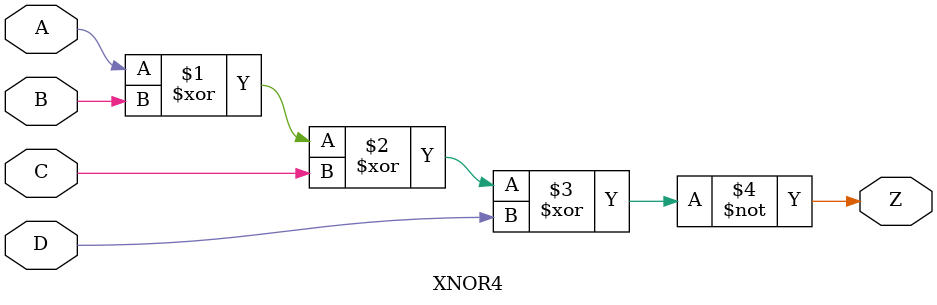
<source format=v>
`resetall
`timescale 1 ns / 100 ps

`celldefine

module XNOR4 (A, B, C, D, Z);
  input A, B, C, D;
  output Z;

  xnor (Z, A, B, C, D);


endmodule 

`endcelldefine

</source>
